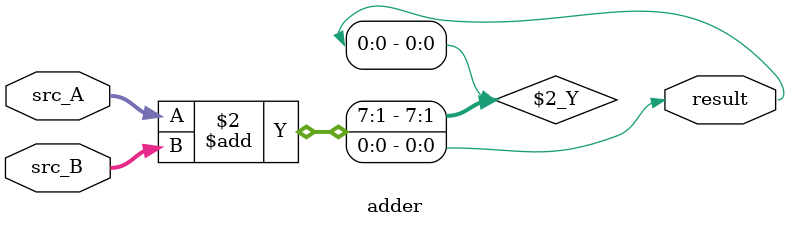
<source format=sv>
module adder #(parameter n = 8) (
		input [n-1:0] src_A, src_B,
		output result
	);
	
	always_comb begin
		
		result <= src_A + src_B;
		
	end
	
endmodule

</source>
